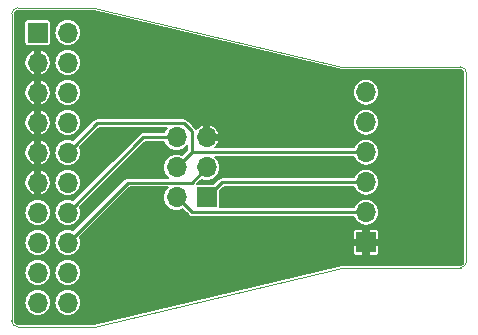
<source format=gtl>
G04 #@! TF.GenerationSoftware,KiCad,Pcbnew,5.1.0*
G04 #@! TF.CreationDate,2019-05-06T16:15:21+02:00*
G04 #@! TF.ProjectId,JlinkBreakout,4a6c696e-6b42-4726-9561-6b6f75742e6b,rev?*
G04 #@! TF.SameCoordinates,Original*
G04 #@! TF.FileFunction,Copper,L1,Top*
G04 #@! TF.FilePolarity,Positive*
%FSLAX46Y46*%
G04 Gerber Fmt 4.6, Leading zero omitted, Abs format (unit mm)*
G04 Created by KiCad (PCBNEW 5.1.0) date 2019-05-06 16:15:21*
%MOMM*%
%LPD*%
G04 APERTURE LIST*
%ADD10C,0.050000*%
%ADD11O,1.700000X1.700000*%
%ADD12R,1.700000X1.700000*%
%ADD13C,0.250000*%
%ADD14C,0.157000*%
G04 APERTURE END LIST*
D10*
X58500000Y-60000000D02*
G75*
G02X58000000Y-59500000I0J500000D01*
G01*
X58000000Y-33500000D02*
G75*
G02X58500000Y-33000000I500000J0D01*
G01*
X96000000Y-38000000D02*
G75*
G02X96500000Y-38500000I0J-500000D01*
G01*
X96500000Y-54500000D02*
G75*
G02X96000000Y-55000000I-500000J0D01*
G01*
X86000000Y-38000000D02*
X65000000Y-33000000D01*
X96000000Y-38000000D02*
X86000000Y-38000000D01*
X96500000Y-54500000D02*
X96500000Y-38500000D01*
X86000000Y-55000000D02*
X96000000Y-55000000D01*
X65000000Y-60000000D02*
X86000000Y-55000000D01*
X65000000Y-33000000D02*
X58500000Y-33000000D01*
X58500000Y-60000000D02*
X65000000Y-60000000D01*
X58000000Y-33500000D02*
X58000000Y-59500000D01*
D11*
X88000000Y-40150000D03*
X88000000Y-42690000D03*
X88000000Y-45230000D03*
X88000000Y-47770000D03*
X88000000Y-50310000D03*
D12*
X88000000Y-52850000D03*
D11*
X71960000Y-43970000D03*
X74500000Y-43970000D03*
X71960000Y-46510000D03*
X74500000Y-46510000D03*
X71960000Y-49050000D03*
D12*
X74500000Y-49050000D03*
D11*
X62740000Y-57960000D03*
X60200000Y-57960000D03*
X62740000Y-55420000D03*
X60200000Y-55420000D03*
X62740000Y-52880000D03*
X60200000Y-52880000D03*
X62740000Y-50340000D03*
X60200000Y-50340000D03*
X62740000Y-47800000D03*
X60200000Y-47800000D03*
X62740000Y-45260000D03*
X60200000Y-45260000D03*
X62740000Y-42720000D03*
X60200000Y-42720000D03*
X62740000Y-40180000D03*
X60200000Y-40180000D03*
X62740000Y-37640000D03*
X60200000Y-37640000D03*
X62740000Y-35100000D03*
D12*
X60200000Y-35100000D03*
D13*
X73235907Y-47794093D02*
X74540000Y-46490000D01*
X62740000Y-52880000D02*
X67825907Y-47794093D01*
X67825907Y-47794093D02*
X73235907Y-47794093D01*
X69130000Y-43950000D02*
X62740000Y-50340000D01*
X72000000Y-43950000D02*
X69130000Y-43950000D01*
X73260000Y-45230000D02*
X72000000Y-46490000D01*
X88000000Y-45230000D02*
X73260000Y-45230000D01*
X63589999Y-44410001D02*
X62740000Y-45260000D01*
X72574999Y-42774999D02*
X65225001Y-42774999D01*
X65225001Y-42774999D02*
X62740000Y-45260000D01*
X73260000Y-45230000D02*
X73260000Y-43460000D01*
X73260000Y-43460000D02*
X72574999Y-42774999D01*
X73280000Y-50310000D02*
X88000000Y-50310000D01*
X72000000Y-49030000D02*
X73280000Y-50310000D01*
X75800000Y-47770000D02*
X74540000Y-49030000D01*
X88000000Y-47770000D02*
X75800000Y-47770000D01*
D14*
G36*
X85931958Y-38251581D02*
G01*
X85948933Y-38256730D01*
X85969638Y-38258769D01*
X85990214Y-38261576D01*
X86007900Y-38260500D01*
X95987259Y-38260500D01*
X96046279Y-38266287D01*
X96090788Y-38279725D01*
X96131845Y-38301554D01*
X96167881Y-38330946D01*
X96197518Y-38366771D01*
X96219635Y-38407675D01*
X96233385Y-38452093D01*
X96239501Y-38510285D01*
X96239500Y-54487258D01*
X96233713Y-54546279D01*
X96220275Y-54590787D01*
X96198443Y-54631847D01*
X96169054Y-54667881D01*
X96133231Y-54697517D01*
X96092325Y-54719635D01*
X96047907Y-54733385D01*
X95989725Y-54739500D01*
X86007900Y-54739500D01*
X85990214Y-54738424D01*
X85969638Y-54741231D01*
X85948933Y-54743270D01*
X85931958Y-54748419D01*
X64969416Y-59739500D01*
X58512742Y-59739500D01*
X58453721Y-59733713D01*
X58409213Y-59720275D01*
X58368153Y-59698443D01*
X58332119Y-59669054D01*
X58302483Y-59633231D01*
X58280365Y-59592325D01*
X58266615Y-59547907D01*
X58260500Y-59489725D01*
X58260500Y-57960000D01*
X59066040Y-57960000D01*
X59087829Y-58181225D01*
X59152358Y-58393948D01*
X59257147Y-58589994D01*
X59398169Y-58761831D01*
X59570006Y-58902853D01*
X59766052Y-59007642D01*
X59978775Y-59072171D01*
X60144564Y-59088500D01*
X60255436Y-59088500D01*
X60421225Y-59072171D01*
X60633948Y-59007642D01*
X60829994Y-58902853D01*
X61001831Y-58761831D01*
X61142853Y-58589994D01*
X61247642Y-58393948D01*
X61312171Y-58181225D01*
X61333960Y-57960000D01*
X61606040Y-57960000D01*
X61627829Y-58181225D01*
X61692358Y-58393948D01*
X61797147Y-58589994D01*
X61938169Y-58761831D01*
X62110006Y-58902853D01*
X62306052Y-59007642D01*
X62518775Y-59072171D01*
X62684564Y-59088500D01*
X62795436Y-59088500D01*
X62961225Y-59072171D01*
X63173948Y-59007642D01*
X63369994Y-58902853D01*
X63541831Y-58761831D01*
X63682853Y-58589994D01*
X63787642Y-58393948D01*
X63852171Y-58181225D01*
X63873960Y-57960000D01*
X63852171Y-57738775D01*
X63787642Y-57526052D01*
X63682853Y-57330006D01*
X63541831Y-57158169D01*
X63369994Y-57017147D01*
X63173948Y-56912358D01*
X62961225Y-56847829D01*
X62795436Y-56831500D01*
X62684564Y-56831500D01*
X62518775Y-56847829D01*
X62306052Y-56912358D01*
X62110006Y-57017147D01*
X61938169Y-57158169D01*
X61797147Y-57330006D01*
X61692358Y-57526052D01*
X61627829Y-57738775D01*
X61606040Y-57960000D01*
X61333960Y-57960000D01*
X61312171Y-57738775D01*
X61247642Y-57526052D01*
X61142853Y-57330006D01*
X61001831Y-57158169D01*
X60829994Y-57017147D01*
X60633948Y-56912358D01*
X60421225Y-56847829D01*
X60255436Y-56831500D01*
X60144564Y-56831500D01*
X59978775Y-56847829D01*
X59766052Y-56912358D01*
X59570006Y-57017147D01*
X59398169Y-57158169D01*
X59257147Y-57330006D01*
X59152358Y-57526052D01*
X59087829Y-57738775D01*
X59066040Y-57960000D01*
X58260500Y-57960000D01*
X58260500Y-55420000D01*
X59066040Y-55420000D01*
X59087829Y-55641225D01*
X59152358Y-55853948D01*
X59257147Y-56049994D01*
X59398169Y-56221831D01*
X59570006Y-56362853D01*
X59766052Y-56467642D01*
X59978775Y-56532171D01*
X60144564Y-56548500D01*
X60255436Y-56548500D01*
X60421225Y-56532171D01*
X60633948Y-56467642D01*
X60829994Y-56362853D01*
X61001831Y-56221831D01*
X61142853Y-56049994D01*
X61247642Y-55853948D01*
X61312171Y-55641225D01*
X61333960Y-55420000D01*
X61606040Y-55420000D01*
X61627829Y-55641225D01*
X61692358Y-55853948D01*
X61797147Y-56049994D01*
X61938169Y-56221831D01*
X62110006Y-56362853D01*
X62306052Y-56467642D01*
X62518775Y-56532171D01*
X62684564Y-56548500D01*
X62795436Y-56548500D01*
X62961225Y-56532171D01*
X63173948Y-56467642D01*
X63369994Y-56362853D01*
X63541831Y-56221831D01*
X63682853Y-56049994D01*
X63787642Y-55853948D01*
X63852171Y-55641225D01*
X63873960Y-55420000D01*
X63852171Y-55198775D01*
X63787642Y-54986052D01*
X63682853Y-54790006D01*
X63541831Y-54618169D01*
X63369994Y-54477147D01*
X63173948Y-54372358D01*
X62961225Y-54307829D01*
X62795436Y-54291500D01*
X62684564Y-54291500D01*
X62518775Y-54307829D01*
X62306052Y-54372358D01*
X62110006Y-54477147D01*
X61938169Y-54618169D01*
X61797147Y-54790006D01*
X61692358Y-54986052D01*
X61627829Y-55198775D01*
X61606040Y-55420000D01*
X61333960Y-55420000D01*
X61312171Y-55198775D01*
X61247642Y-54986052D01*
X61142853Y-54790006D01*
X61001831Y-54618169D01*
X60829994Y-54477147D01*
X60633948Y-54372358D01*
X60421225Y-54307829D01*
X60255436Y-54291500D01*
X60144564Y-54291500D01*
X59978775Y-54307829D01*
X59766052Y-54372358D01*
X59570006Y-54477147D01*
X59398169Y-54618169D01*
X59257147Y-54790006D01*
X59152358Y-54986052D01*
X59087829Y-55198775D01*
X59066040Y-55420000D01*
X58260500Y-55420000D01*
X58260500Y-52880000D01*
X59066040Y-52880000D01*
X59087829Y-53101225D01*
X59152358Y-53313948D01*
X59257147Y-53509994D01*
X59398169Y-53681831D01*
X59570006Y-53822853D01*
X59766052Y-53927642D01*
X59978775Y-53992171D01*
X60144564Y-54008500D01*
X60255436Y-54008500D01*
X60421225Y-53992171D01*
X60633948Y-53927642D01*
X60829994Y-53822853D01*
X61001831Y-53681831D01*
X61142853Y-53509994D01*
X61247642Y-53313948D01*
X61312171Y-53101225D01*
X61333960Y-52880000D01*
X61312171Y-52658775D01*
X61247642Y-52446052D01*
X61142853Y-52250006D01*
X61001831Y-52078169D01*
X60829994Y-51937147D01*
X60633948Y-51832358D01*
X60421225Y-51767829D01*
X60255436Y-51751500D01*
X60144564Y-51751500D01*
X59978775Y-51767829D01*
X59766052Y-51832358D01*
X59570006Y-51937147D01*
X59398169Y-52078169D01*
X59257147Y-52250006D01*
X59152358Y-52446052D01*
X59087829Y-52658775D01*
X59066040Y-52880000D01*
X58260500Y-52880000D01*
X58260500Y-50340000D01*
X59066040Y-50340000D01*
X59087829Y-50561225D01*
X59152358Y-50773948D01*
X59257147Y-50969994D01*
X59398169Y-51141831D01*
X59570006Y-51282853D01*
X59766052Y-51387642D01*
X59978775Y-51452171D01*
X60144564Y-51468500D01*
X60255436Y-51468500D01*
X60421225Y-51452171D01*
X60633948Y-51387642D01*
X60829994Y-51282853D01*
X61001831Y-51141831D01*
X61142853Y-50969994D01*
X61247642Y-50773948D01*
X61312171Y-50561225D01*
X61333960Y-50340000D01*
X61312171Y-50118775D01*
X61247642Y-49906052D01*
X61142853Y-49710006D01*
X61001831Y-49538169D01*
X60829994Y-49397147D01*
X60633948Y-49292358D01*
X60421225Y-49227829D01*
X60255436Y-49211500D01*
X60144564Y-49211500D01*
X59978775Y-49227829D01*
X59766052Y-49292358D01*
X59570006Y-49397147D01*
X59398169Y-49538169D01*
X59257147Y-49710006D01*
X59152358Y-49906052D01*
X59087829Y-50118775D01*
X59066040Y-50340000D01*
X58260500Y-50340000D01*
X58260500Y-47578498D01*
X59071500Y-47578498D01*
X59071500Y-48021502D01*
X59164551Y-48021502D01*
X59141725Y-48191875D01*
X59174580Y-48271222D01*
X59286214Y-48462217D01*
X59432964Y-48627764D01*
X59609191Y-48761500D01*
X59808123Y-48858286D01*
X59978500Y-48836935D01*
X59978500Y-48021500D01*
X59958500Y-48021500D01*
X59958500Y-47578500D01*
X59978500Y-47578500D01*
X59978500Y-46763065D01*
X60421500Y-46763065D01*
X60421500Y-47578500D01*
X60441500Y-47578500D01*
X60441500Y-48021500D01*
X60421500Y-48021500D01*
X60421500Y-48836935D01*
X60591877Y-48858286D01*
X60790809Y-48761500D01*
X60967036Y-48627764D01*
X61113786Y-48462217D01*
X61225420Y-48271222D01*
X61258275Y-48191875D01*
X61235449Y-48021502D01*
X61328500Y-48021502D01*
X61328500Y-47800000D01*
X61606040Y-47800000D01*
X61627829Y-48021225D01*
X61692358Y-48233948D01*
X61797147Y-48429994D01*
X61938169Y-48601831D01*
X62110006Y-48742853D01*
X62306052Y-48847642D01*
X62518775Y-48912171D01*
X62684564Y-48928500D01*
X62795436Y-48928500D01*
X62961225Y-48912171D01*
X63173948Y-48847642D01*
X63369994Y-48742853D01*
X63541831Y-48601831D01*
X63682853Y-48429994D01*
X63787642Y-48233948D01*
X63852171Y-48021225D01*
X63873960Y-47800000D01*
X63852171Y-47578775D01*
X63787642Y-47366052D01*
X63682853Y-47170006D01*
X63541831Y-46998169D01*
X63369994Y-46857147D01*
X63173948Y-46752358D01*
X62961225Y-46687829D01*
X62795436Y-46671500D01*
X62684564Y-46671500D01*
X62518775Y-46687829D01*
X62306052Y-46752358D01*
X62110006Y-46857147D01*
X61938169Y-46998169D01*
X61797147Y-47170006D01*
X61692358Y-47366052D01*
X61627829Y-47578775D01*
X61606040Y-47800000D01*
X61328500Y-47800000D01*
X61328500Y-47578498D01*
X61235449Y-47578498D01*
X61258275Y-47408125D01*
X61225420Y-47328778D01*
X61113786Y-47137783D01*
X60967036Y-46972236D01*
X60790809Y-46838500D01*
X60591877Y-46741714D01*
X60421500Y-46763065D01*
X59978500Y-46763065D01*
X59808123Y-46741714D01*
X59609191Y-46838500D01*
X59432964Y-46972236D01*
X59286214Y-47137783D01*
X59174580Y-47328778D01*
X59141725Y-47408125D01*
X59164551Y-47578498D01*
X59071500Y-47578498D01*
X58260500Y-47578498D01*
X58260500Y-45038498D01*
X59071500Y-45038498D01*
X59071500Y-45481502D01*
X59164551Y-45481502D01*
X59141725Y-45651875D01*
X59174580Y-45731222D01*
X59286214Y-45922217D01*
X59432964Y-46087764D01*
X59609191Y-46221500D01*
X59808123Y-46318286D01*
X59978500Y-46296935D01*
X59978500Y-45481500D01*
X59958500Y-45481500D01*
X59958500Y-45038500D01*
X59978500Y-45038500D01*
X59978500Y-44223065D01*
X60421500Y-44223065D01*
X60421500Y-45038500D01*
X60441500Y-45038500D01*
X60441500Y-45481500D01*
X60421500Y-45481500D01*
X60421500Y-46296935D01*
X60591877Y-46318286D01*
X60790809Y-46221500D01*
X60967036Y-46087764D01*
X61113786Y-45922217D01*
X61225420Y-45731222D01*
X61258275Y-45651875D01*
X61235449Y-45481502D01*
X61328500Y-45481502D01*
X61328500Y-45260000D01*
X61606040Y-45260000D01*
X61627829Y-45481225D01*
X61692358Y-45693948D01*
X61797147Y-45889994D01*
X61938169Y-46061831D01*
X62110006Y-46202853D01*
X62306052Y-46307642D01*
X62518775Y-46372171D01*
X62684564Y-46388500D01*
X62795436Y-46388500D01*
X62961225Y-46372171D01*
X63173948Y-46307642D01*
X63369994Y-46202853D01*
X63541831Y-46061831D01*
X63682853Y-45889994D01*
X63787642Y-45693948D01*
X63852171Y-45481225D01*
X63873960Y-45260000D01*
X63852171Y-45038775D01*
X63787642Y-44826052D01*
X63772643Y-44797992D01*
X65392136Y-43178499D01*
X71149691Y-43178499D01*
X71017147Y-43340006D01*
X70912358Y-43536052D01*
X70909189Y-43546500D01*
X69149818Y-43546500D01*
X69130000Y-43544548D01*
X69110182Y-43546500D01*
X69050900Y-43552339D01*
X68974840Y-43575411D01*
X68904743Y-43612879D01*
X68843302Y-43663302D01*
X68830667Y-43678698D01*
X63202008Y-49307357D01*
X63173948Y-49292358D01*
X62961225Y-49227829D01*
X62795436Y-49211500D01*
X62684564Y-49211500D01*
X62518775Y-49227829D01*
X62306052Y-49292358D01*
X62110006Y-49397147D01*
X61938169Y-49538169D01*
X61797147Y-49710006D01*
X61692358Y-49906052D01*
X61627829Y-50118775D01*
X61606040Y-50340000D01*
X61627829Y-50561225D01*
X61692358Y-50773948D01*
X61797147Y-50969994D01*
X61938169Y-51141831D01*
X62110006Y-51282853D01*
X62306052Y-51387642D01*
X62518775Y-51452171D01*
X62684564Y-51468500D01*
X62795436Y-51468500D01*
X62961225Y-51452171D01*
X63173948Y-51387642D01*
X63369994Y-51282853D01*
X63541831Y-51141831D01*
X63682853Y-50969994D01*
X63787642Y-50773948D01*
X63852171Y-50561225D01*
X63873960Y-50340000D01*
X63852171Y-50118775D01*
X63787642Y-49906052D01*
X63772643Y-49877992D01*
X69297135Y-44353500D01*
X70897055Y-44353500D01*
X70912358Y-44403948D01*
X71017147Y-44599994D01*
X71158169Y-44771831D01*
X71330006Y-44912853D01*
X71526052Y-45017642D01*
X71738775Y-45082171D01*
X71904564Y-45098500D01*
X72015436Y-45098500D01*
X72181225Y-45082171D01*
X72393948Y-45017642D01*
X72589994Y-44912853D01*
X72761831Y-44771831D01*
X72856500Y-44656475D01*
X72856500Y-45062865D01*
X72435042Y-45484323D01*
X72393948Y-45462358D01*
X72181225Y-45397829D01*
X72015436Y-45381500D01*
X71904564Y-45381500D01*
X71738775Y-45397829D01*
X71526052Y-45462358D01*
X71330006Y-45567147D01*
X71158169Y-45708169D01*
X71017147Y-45880006D01*
X70912358Y-46076052D01*
X70847829Y-46288775D01*
X70826040Y-46510000D01*
X70847829Y-46731225D01*
X70912358Y-46943948D01*
X71017147Y-47139994D01*
X71158169Y-47311831D01*
X71254141Y-47390593D01*
X67845725Y-47390593D01*
X67825907Y-47388641D01*
X67806089Y-47390593D01*
X67746807Y-47396432D01*
X67670747Y-47419504D01*
X67600650Y-47456972D01*
X67539209Y-47507395D01*
X67526576Y-47522789D01*
X63202008Y-51847357D01*
X63173948Y-51832358D01*
X62961225Y-51767829D01*
X62795436Y-51751500D01*
X62684564Y-51751500D01*
X62518775Y-51767829D01*
X62306052Y-51832358D01*
X62110006Y-51937147D01*
X61938169Y-52078169D01*
X61797147Y-52250006D01*
X61692358Y-52446052D01*
X61627829Y-52658775D01*
X61606040Y-52880000D01*
X61627829Y-53101225D01*
X61692358Y-53313948D01*
X61797147Y-53509994D01*
X61938169Y-53681831D01*
X62110006Y-53822853D01*
X62306052Y-53927642D01*
X62518775Y-53992171D01*
X62684564Y-54008500D01*
X62795436Y-54008500D01*
X62961225Y-53992171D01*
X63173948Y-53927642D01*
X63369994Y-53822853D01*
X63519691Y-53700000D01*
X86870152Y-53700000D01*
X86875529Y-53754596D01*
X86891454Y-53807093D01*
X86917315Y-53855475D01*
X86952118Y-53897882D01*
X86994525Y-53932685D01*
X87042907Y-53958546D01*
X87095404Y-53974471D01*
X87150000Y-53979848D01*
X87708875Y-53978500D01*
X87778500Y-53908875D01*
X87778500Y-53071500D01*
X88221500Y-53071500D01*
X88221500Y-53908875D01*
X88291125Y-53978500D01*
X88850000Y-53979848D01*
X88904596Y-53974471D01*
X88957093Y-53958546D01*
X89005475Y-53932685D01*
X89047882Y-53897882D01*
X89082685Y-53855475D01*
X89108546Y-53807093D01*
X89124471Y-53754596D01*
X89129848Y-53700000D01*
X89128500Y-53141125D01*
X89058875Y-53071500D01*
X88221500Y-53071500D01*
X87778500Y-53071500D01*
X86941125Y-53071500D01*
X86871500Y-53141125D01*
X86870152Y-53700000D01*
X63519691Y-53700000D01*
X63541831Y-53681831D01*
X63682853Y-53509994D01*
X63787642Y-53313948D01*
X63852171Y-53101225D01*
X63873960Y-52880000D01*
X63852171Y-52658775D01*
X63787642Y-52446052D01*
X63772643Y-52417992D01*
X64190635Y-52000000D01*
X86870152Y-52000000D01*
X86871500Y-52558875D01*
X86941125Y-52628500D01*
X87778500Y-52628500D01*
X87778500Y-51791125D01*
X88221500Y-51791125D01*
X88221500Y-52628500D01*
X89058875Y-52628500D01*
X89128500Y-52558875D01*
X89129848Y-52000000D01*
X89124471Y-51945404D01*
X89108546Y-51892907D01*
X89082685Y-51844525D01*
X89047882Y-51802118D01*
X89005475Y-51767315D01*
X88957093Y-51741454D01*
X88904596Y-51725529D01*
X88850000Y-51720152D01*
X88291125Y-51721500D01*
X88221500Y-51791125D01*
X87778500Y-51791125D01*
X87708875Y-51721500D01*
X87150000Y-51720152D01*
X87095404Y-51725529D01*
X87042907Y-51741454D01*
X86994525Y-51767315D01*
X86952118Y-51802118D01*
X86917315Y-51844525D01*
X86891454Y-51892907D01*
X86875529Y-51945404D01*
X86870152Y-52000000D01*
X64190635Y-52000000D01*
X67993042Y-48197593D01*
X71219796Y-48197593D01*
X71158169Y-48248169D01*
X71017147Y-48420006D01*
X70912358Y-48616052D01*
X70847829Y-48828775D01*
X70826040Y-49050000D01*
X70847829Y-49271225D01*
X70912358Y-49483948D01*
X71017147Y-49679994D01*
X71158169Y-49851831D01*
X71330006Y-49992853D01*
X71526052Y-50097642D01*
X71738775Y-50162171D01*
X71904564Y-50178500D01*
X72015436Y-50178500D01*
X72181225Y-50162171D01*
X72393948Y-50097642D01*
X72461109Y-50061744D01*
X72980667Y-50581302D01*
X72993302Y-50596698D01*
X73054743Y-50647121D01*
X73124840Y-50684589D01*
X73183197Y-50702291D01*
X73200899Y-50707661D01*
X73208846Y-50708444D01*
X73260182Y-50713500D01*
X73260188Y-50713500D01*
X73279999Y-50715451D01*
X73299810Y-50713500D01*
X86943122Y-50713500D01*
X86952358Y-50743948D01*
X87057147Y-50939994D01*
X87198169Y-51111831D01*
X87370006Y-51252853D01*
X87566052Y-51357642D01*
X87778775Y-51422171D01*
X87944564Y-51438500D01*
X88055436Y-51438500D01*
X88221225Y-51422171D01*
X88433948Y-51357642D01*
X88629994Y-51252853D01*
X88801831Y-51111831D01*
X88942853Y-50939994D01*
X89047642Y-50743948D01*
X89112171Y-50531225D01*
X89133960Y-50310000D01*
X89112171Y-50088775D01*
X89047642Y-49876052D01*
X88942853Y-49680006D01*
X88801831Y-49508169D01*
X88629994Y-49367147D01*
X88433948Y-49262358D01*
X88221225Y-49197829D01*
X88055436Y-49181500D01*
X87944564Y-49181500D01*
X87778775Y-49197829D01*
X87566052Y-49262358D01*
X87370006Y-49367147D01*
X87198169Y-49508169D01*
X87057147Y-49680006D01*
X86952358Y-49876052D01*
X86943122Y-49906500D01*
X75629207Y-49906500D01*
X75629847Y-49900000D01*
X75629847Y-48510788D01*
X75967135Y-48173500D01*
X86943122Y-48173500D01*
X86952358Y-48203948D01*
X87057147Y-48399994D01*
X87198169Y-48571831D01*
X87370006Y-48712853D01*
X87566052Y-48817642D01*
X87778775Y-48882171D01*
X87944564Y-48898500D01*
X88055436Y-48898500D01*
X88221225Y-48882171D01*
X88433948Y-48817642D01*
X88629994Y-48712853D01*
X88801831Y-48571831D01*
X88942853Y-48399994D01*
X89047642Y-48203948D01*
X89112171Y-47991225D01*
X89133960Y-47770000D01*
X89112171Y-47548775D01*
X89047642Y-47336052D01*
X88942853Y-47140006D01*
X88801831Y-46968169D01*
X88629994Y-46827147D01*
X88433948Y-46722358D01*
X88221225Y-46657829D01*
X88055436Y-46641500D01*
X87944564Y-46641500D01*
X87778775Y-46657829D01*
X87566052Y-46722358D01*
X87370006Y-46827147D01*
X87198169Y-46968169D01*
X87057147Y-47140006D01*
X86952358Y-47336052D01*
X86943122Y-47366500D01*
X75819817Y-47366500D01*
X75799999Y-47364548D01*
X75720900Y-47372339D01*
X75644840Y-47395411D01*
X75574743Y-47432879D01*
X75513302Y-47483302D01*
X75500667Y-47498698D01*
X75079212Y-47920153D01*
X73680482Y-47920153D01*
X74051025Y-47549610D01*
X74066052Y-47557642D01*
X74278775Y-47622171D01*
X74444564Y-47638500D01*
X74555436Y-47638500D01*
X74721225Y-47622171D01*
X74933948Y-47557642D01*
X75129994Y-47452853D01*
X75301831Y-47311831D01*
X75442853Y-47139994D01*
X75547642Y-46943948D01*
X75612171Y-46731225D01*
X75633960Y-46510000D01*
X75612171Y-46288775D01*
X75547642Y-46076052D01*
X75442853Y-45880006D01*
X75301831Y-45708169D01*
X75210846Y-45633500D01*
X86943122Y-45633500D01*
X86952358Y-45663948D01*
X87057147Y-45859994D01*
X87198169Y-46031831D01*
X87370006Y-46172853D01*
X87566052Y-46277642D01*
X87778775Y-46342171D01*
X87944564Y-46358500D01*
X88055436Y-46358500D01*
X88221225Y-46342171D01*
X88433948Y-46277642D01*
X88629994Y-46172853D01*
X88801831Y-46031831D01*
X88942853Y-45859994D01*
X89047642Y-45663948D01*
X89112171Y-45451225D01*
X89133960Y-45230000D01*
X89112171Y-45008775D01*
X89047642Y-44796052D01*
X88942853Y-44600006D01*
X88801831Y-44428169D01*
X88629994Y-44287147D01*
X88433948Y-44182358D01*
X88221225Y-44117829D01*
X88055436Y-44101500D01*
X87944564Y-44101500D01*
X87778775Y-44117829D01*
X87566052Y-44182358D01*
X87370006Y-44287147D01*
X87198169Y-44428169D01*
X87057147Y-44600006D01*
X86952358Y-44796052D01*
X86943122Y-44826500D01*
X75229170Y-44826500D01*
X75267036Y-44797764D01*
X75413786Y-44632217D01*
X75525420Y-44441222D01*
X75558275Y-44361875D01*
X75535449Y-44191500D01*
X74721500Y-44191500D01*
X74721500Y-44211500D01*
X74278500Y-44211500D01*
X74278500Y-44191500D01*
X74258500Y-44191500D01*
X74258500Y-43748500D01*
X74278500Y-43748500D01*
X74278500Y-42933065D01*
X74721500Y-42933065D01*
X74721500Y-43748500D01*
X75535449Y-43748500D01*
X75558275Y-43578125D01*
X75525420Y-43498778D01*
X75413786Y-43307783D01*
X75267036Y-43142236D01*
X75090809Y-43008500D01*
X74891877Y-42911714D01*
X74721500Y-42933065D01*
X74278500Y-42933065D01*
X74108123Y-42911714D01*
X73909191Y-43008500D01*
X73732964Y-43142236D01*
X73617373Y-43272632D01*
X73597121Y-43234743D01*
X73559331Y-43188696D01*
X73546698Y-43173302D01*
X73531302Y-43160667D01*
X73060635Y-42690000D01*
X86866040Y-42690000D01*
X86887829Y-42911225D01*
X86952358Y-43123948D01*
X87057147Y-43319994D01*
X87198169Y-43491831D01*
X87370006Y-43632853D01*
X87566052Y-43737642D01*
X87778775Y-43802171D01*
X87944564Y-43818500D01*
X88055436Y-43818500D01*
X88221225Y-43802171D01*
X88433948Y-43737642D01*
X88629994Y-43632853D01*
X88801831Y-43491831D01*
X88942853Y-43319994D01*
X89047642Y-43123948D01*
X89112171Y-42911225D01*
X89133960Y-42690000D01*
X89112171Y-42468775D01*
X89047642Y-42256052D01*
X88942853Y-42060006D01*
X88801831Y-41888169D01*
X88629994Y-41747147D01*
X88433948Y-41642358D01*
X88221225Y-41577829D01*
X88055436Y-41561500D01*
X87944564Y-41561500D01*
X87778775Y-41577829D01*
X87566052Y-41642358D01*
X87370006Y-41747147D01*
X87198169Y-41888169D01*
X87057147Y-42060006D01*
X86952358Y-42256052D01*
X86887829Y-42468775D01*
X86866040Y-42690000D01*
X73060635Y-42690000D01*
X72874332Y-42503697D01*
X72861697Y-42488301D01*
X72800256Y-42437878D01*
X72730159Y-42400410D01*
X72654099Y-42377338D01*
X72594817Y-42371499D01*
X72574999Y-42369547D01*
X72555181Y-42371499D01*
X65244818Y-42371499D01*
X65225000Y-42369547D01*
X65145901Y-42377338D01*
X65069841Y-42400410D01*
X64999744Y-42437878D01*
X64938303Y-42488301D01*
X64925668Y-42503697D01*
X63202008Y-44227357D01*
X63173948Y-44212358D01*
X62961225Y-44147829D01*
X62795436Y-44131500D01*
X62684564Y-44131500D01*
X62518775Y-44147829D01*
X62306052Y-44212358D01*
X62110006Y-44317147D01*
X61938169Y-44458169D01*
X61797147Y-44630006D01*
X61692358Y-44826052D01*
X61627829Y-45038775D01*
X61606040Y-45260000D01*
X61328500Y-45260000D01*
X61328500Y-45038498D01*
X61235449Y-45038498D01*
X61258275Y-44868125D01*
X61225420Y-44788778D01*
X61113786Y-44597783D01*
X60967036Y-44432236D01*
X60790809Y-44298500D01*
X60591877Y-44201714D01*
X60421500Y-44223065D01*
X59978500Y-44223065D01*
X59808123Y-44201714D01*
X59609191Y-44298500D01*
X59432964Y-44432236D01*
X59286214Y-44597783D01*
X59174580Y-44788778D01*
X59141725Y-44868125D01*
X59164551Y-45038498D01*
X59071500Y-45038498D01*
X58260500Y-45038498D01*
X58260500Y-42498498D01*
X59071500Y-42498498D01*
X59071500Y-42941502D01*
X59164551Y-42941502D01*
X59141725Y-43111875D01*
X59174580Y-43191222D01*
X59286214Y-43382217D01*
X59432964Y-43547764D01*
X59609191Y-43681500D01*
X59808123Y-43778286D01*
X59978500Y-43756935D01*
X59978500Y-42941500D01*
X59958500Y-42941500D01*
X59958500Y-42498500D01*
X59978500Y-42498500D01*
X59978500Y-41683065D01*
X60421500Y-41683065D01*
X60421500Y-42498500D01*
X60441500Y-42498500D01*
X60441500Y-42941500D01*
X60421500Y-42941500D01*
X60421500Y-43756935D01*
X60591877Y-43778286D01*
X60790809Y-43681500D01*
X60967036Y-43547764D01*
X61113786Y-43382217D01*
X61225420Y-43191222D01*
X61258275Y-43111875D01*
X61235449Y-42941502D01*
X61328500Y-42941502D01*
X61328500Y-42720000D01*
X61606040Y-42720000D01*
X61627829Y-42941225D01*
X61692358Y-43153948D01*
X61797147Y-43349994D01*
X61938169Y-43521831D01*
X62110006Y-43662853D01*
X62306052Y-43767642D01*
X62518775Y-43832171D01*
X62684564Y-43848500D01*
X62795436Y-43848500D01*
X62961225Y-43832171D01*
X63173948Y-43767642D01*
X63369994Y-43662853D01*
X63541831Y-43521831D01*
X63682853Y-43349994D01*
X63787642Y-43153948D01*
X63852171Y-42941225D01*
X63873960Y-42720000D01*
X63852171Y-42498775D01*
X63787642Y-42286052D01*
X63682853Y-42090006D01*
X63541831Y-41918169D01*
X63369994Y-41777147D01*
X63173948Y-41672358D01*
X62961225Y-41607829D01*
X62795436Y-41591500D01*
X62684564Y-41591500D01*
X62518775Y-41607829D01*
X62306052Y-41672358D01*
X62110006Y-41777147D01*
X61938169Y-41918169D01*
X61797147Y-42090006D01*
X61692358Y-42286052D01*
X61627829Y-42498775D01*
X61606040Y-42720000D01*
X61328500Y-42720000D01*
X61328500Y-42498498D01*
X61235449Y-42498498D01*
X61258275Y-42328125D01*
X61225420Y-42248778D01*
X61113786Y-42057783D01*
X60967036Y-41892236D01*
X60790809Y-41758500D01*
X60591877Y-41661714D01*
X60421500Y-41683065D01*
X59978500Y-41683065D01*
X59808123Y-41661714D01*
X59609191Y-41758500D01*
X59432964Y-41892236D01*
X59286214Y-42057783D01*
X59174580Y-42248778D01*
X59141725Y-42328125D01*
X59164551Y-42498498D01*
X59071500Y-42498498D01*
X58260500Y-42498498D01*
X58260500Y-39958498D01*
X59071500Y-39958498D01*
X59071500Y-40401502D01*
X59164551Y-40401502D01*
X59141725Y-40571875D01*
X59174580Y-40651222D01*
X59286214Y-40842217D01*
X59432964Y-41007764D01*
X59609191Y-41141500D01*
X59808123Y-41238286D01*
X59978500Y-41216935D01*
X59978500Y-40401500D01*
X59958500Y-40401500D01*
X59958500Y-39958500D01*
X59978500Y-39958500D01*
X59978500Y-39143065D01*
X60421500Y-39143065D01*
X60421500Y-39958500D01*
X60441500Y-39958500D01*
X60441500Y-40401500D01*
X60421500Y-40401500D01*
X60421500Y-41216935D01*
X60591877Y-41238286D01*
X60790809Y-41141500D01*
X60967036Y-41007764D01*
X61113786Y-40842217D01*
X61225420Y-40651222D01*
X61258275Y-40571875D01*
X61235449Y-40401502D01*
X61328500Y-40401502D01*
X61328500Y-40180000D01*
X61606040Y-40180000D01*
X61627829Y-40401225D01*
X61692358Y-40613948D01*
X61797147Y-40809994D01*
X61938169Y-40981831D01*
X62110006Y-41122853D01*
X62306052Y-41227642D01*
X62518775Y-41292171D01*
X62684564Y-41308500D01*
X62795436Y-41308500D01*
X62961225Y-41292171D01*
X63173948Y-41227642D01*
X63369994Y-41122853D01*
X63541831Y-40981831D01*
X63682853Y-40809994D01*
X63787642Y-40613948D01*
X63852171Y-40401225D01*
X63873960Y-40180000D01*
X63871006Y-40150000D01*
X86866040Y-40150000D01*
X86887829Y-40371225D01*
X86952358Y-40583948D01*
X87057147Y-40779994D01*
X87198169Y-40951831D01*
X87370006Y-41092853D01*
X87566052Y-41197642D01*
X87778775Y-41262171D01*
X87944564Y-41278500D01*
X88055436Y-41278500D01*
X88221225Y-41262171D01*
X88433948Y-41197642D01*
X88629994Y-41092853D01*
X88801831Y-40951831D01*
X88942853Y-40779994D01*
X89047642Y-40583948D01*
X89112171Y-40371225D01*
X89133960Y-40150000D01*
X89112171Y-39928775D01*
X89047642Y-39716052D01*
X88942853Y-39520006D01*
X88801831Y-39348169D01*
X88629994Y-39207147D01*
X88433948Y-39102358D01*
X88221225Y-39037829D01*
X88055436Y-39021500D01*
X87944564Y-39021500D01*
X87778775Y-39037829D01*
X87566052Y-39102358D01*
X87370006Y-39207147D01*
X87198169Y-39348169D01*
X87057147Y-39520006D01*
X86952358Y-39716052D01*
X86887829Y-39928775D01*
X86866040Y-40150000D01*
X63871006Y-40150000D01*
X63852171Y-39958775D01*
X63787642Y-39746052D01*
X63682853Y-39550006D01*
X63541831Y-39378169D01*
X63369994Y-39237147D01*
X63173948Y-39132358D01*
X62961225Y-39067829D01*
X62795436Y-39051500D01*
X62684564Y-39051500D01*
X62518775Y-39067829D01*
X62306052Y-39132358D01*
X62110006Y-39237147D01*
X61938169Y-39378169D01*
X61797147Y-39550006D01*
X61692358Y-39746052D01*
X61627829Y-39958775D01*
X61606040Y-40180000D01*
X61328500Y-40180000D01*
X61328500Y-39958498D01*
X61235449Y-39958498D01*
X61258275Y-39788125D01*
X61225420Y-39708778D01*
X61113786Y-39517783D01*
X60967036Y-39352236D01*
X60790809Y-39218500D01*
X60591877Y-39121714D01*
X60421500Y-39143065D01*
X59978500Y-39143065D01*
X59808123Y-39121714D01*
X59609191Y-39218500D01*
X59432964Y-39352236D01*
X59286214Y-39517783D01*
X59174580Y-39708778D01*
X59141725Y-39788125D01*
X59164551Y-39958498D01*
X59071500Y-39958498D01*
X58260500Y-39958498D01*
X58260500Y-37418498D01*
X59071500Y-37418498D01*
X59071500Y-37861502D01*
X59164551Y-37861502D01*
X59141725Y-38031875D01*
X59174580Y-38111222D01*
X59286214Y-38302217D01*
X59432964Y-38467764D01*
X59609191Y-38601500D01*
X59808123Y-38698286D01*
X59978500Y-38676935D01*
X59978500Y-37861500D01*
X59958500Y-37861500D01*
X59958500Y-37418500D01*
X59978500Y-37418500D01*
X59978500Y-36603065D01*
X60421500Y-36603065D01*
X60421500Y-37418500D01*
X60441500Y-37418500D01*
X60441500Y-37861500D01*
X60421500Y-37861500D01*
X60421500Y-38676935D01*
X60591877Y-38698286D01*
X60790809Y-38601500D01*
X60967036Y-38467764D01*
X61113786Y-38302217D01*
X61225420Y-38111222D01*
X61258275Y-38031875D01*
X61235449Y-37861502D01*
X61328500Y-37861502D01*
X61328500Y-37640000D01*
X61606040Y-37640000D01*
X61627829Y-37861225D01*
X61692358Y-38073948D01*
X61797147Y-38269994D01*
X61938169Y-38441831D01*
X62110006Y-38582853D01*
X62306052Y-38687642D01*
X62518775Y-38752171D01*
X62684564Y-38768500D01*
X62795436Y-38768500D01*
X62961225Y-38752171D01*
X63173948Y-38687642D01*
X63369994Y-38582853D01*
X63541831Y-38441831D01*
X63682853Y-38269994D01*
X63787642Y-38073948D01*
X63852171Y-37861225D01*
X63873960Y-37640000D01*
X63852171Y-37418775D01*
X63787642Y-37206052D01*
X63682853Y-37010006D01*
X63541831Y-36838169D01*
X63369994Y-36697147D01*
X63173948Y-36592358D01*
X62961225Y-36527829D01*
X62795436Y-36511500D01*
X62684564Y-36511500D01*
X62518775Y-36527829D01*
X62306052Y-36592358D01*
X62110006Y-36697147D01*
X61938169Y-36838169D01*
X61797147Y-37010006D01*
X61692358Y-37206052D01*
X61627829Y-37418775D01*
X61606040Y-37640000D01*
X61328500Y-37640000D01*
X61328500Y-37418498D01*
X61235449Y-37418498D01*
X61258275Y-37248125D01*
X61225420Y-37168778D01*
X61113786Y-36977783D01*
X60967036Y-36812236D01*
X60790809Y-36678500D01*
X60591877Y-36581714D01*
X60421500Y-36603065D01*
X59978500Y-36603065D01*
X59808123Y-36581714D01*
X59609191Y-36678500D01*
X59432964Y-36812236D01*
X59286214Y-36977783D01*
X59174580Y-37168778D01*
X59141725Y-37248125D01*
X59164551Y-37418498D01*
X59071500Y-37418498D01*
X58260500Y-37418498D01*
X58260500Y-34250000D01*
X59070153Y-34250000D01*
X59070153Y-35950000D01*
X59075530Y-36004595D01*
X59091455Y-36057093D01*
X59117316Y-36105475D01*
X59152118Y-36147882D01*
X59194525Y-36182684D01*
X59242907Y-36208545D01*
X59295405Y-36224470D01*
X59350000Y-36229847D01*
X61050000Y-36229847D01*
X61104595Y-36224470D01*
X61157093Y-36208545D01*
X61205475Y-36182684D01*
X61247882Y-36147882D01*
X61282684Y-36105475D01*
X61308545Y-36057093D01*
X61324470Y-36004595D01*
X61329847Y-35950000D01*
X61329847Y-35100000D01*
X61606040Y-35100000D01*
X61627829Y-35321225D01*
X61692358Y-35533948D01*
X61797147Y-35729994D01*
X61938169Y-35901831D01*
X62110006Y-36042853D01*
X62306052Y-36147642D01*
X62518775Y-36212171D01*
X62684564Y-36228500D01*
X62795436Y-36228500D01*
X62961225Y-36212171D01*
X63173948Y-36147642D01*
X63369994Y-36042853D01*
X63541831Y-35901831D01*
X63682853Y-35729994D01*
X63787642Y-35533948D01*
X63852171Y-35321225D01*
X63873960Y-35100000D01*
X63852171Y-34878775D01*
X63787642Y-34666052D01*
X63682853Y-34470006D01*
X63541831Y-34298169D01*
X63369994Y-34157147D01*
X63173948Y-34052358D01*
X62961225Y-33987829D01*
X62795436Y-33971500D01*
X62684564Y-33971500D01*
X62518775Y-33987829D01*
X62306052Y-34052358D01*
X62110006Y-34157147D01*
X61938169Y-34298169D01*
X61797147Y-34470006D01*
X61692358Y-34666052D01*
X61627829Y-34878775D01*
X61606040Y-35100000D01*
X61329847Y-35100000D01*
X61329847Y-34250000D01*
X61324470Y-34195405D01*
X61308545Y-34142907D01*
X61282684Y-34094525D01*
X61247882Y-34052118D01*
X61205475Y-34017316D01*
X61157093Y-33991455D01*
X61104595Y-33975530D01*
X61050000Y-33970153D01*
X59350000Y-33970153D01*
X59295405Y-33975530D01*
X59242907Y-33991455D01*
X59194525Y-34017316D01*
X59152118Y-34052118D01*
X59117316Y-34094525D01*
X59091455Y-34142907D01*
X59075530Y-34195405D01*
X59070153Y-34250000D01*
X58260500Y-34250000D01*
X58260500Y-33512741D01*
X58266287Y-33453721D01*
X58279725Y-33409212D01*
X58301554Y-33368155D01*
X58330946Y-33332119D01*
X58366771Y-33302482D01*
X58407675Y-33280365D01*
X58452093Y-33266615D01*
X58510276Y-33260500D01*
X64969416Y-33260500D01*
X85931958Y-38251581D01*
X85931958Y-38251581D01*
G37*
X85931958Y-38251581D02*
X85948933Y-38256730D01*
X85969638Y-38258769D01*
X85990214Y-38261576D01*
X86007900Y-38260500D01*
X95987259Y-38260500D01*
X96046279Y-38266287D01*
X96090788Y-38279725D01*
X96131845Y-38301554D01*
X96167881Y-38330946D01*
X96197518Y-38366771D01*
X96219635Y-38407675D01*
X96233385Y-38452093D01*
X96239501Y-38510285D01*
X96239500Y-54487258D01*
X96233713Y-54546279D01*
X96220275Y-54590787D01*
X96198443Y-54631847D01*
X96169054Y-54667881D01*
X96133231Y-54697517D01*
X96092325Y-54719635D01*
X96047907Y-54733385D01*
X95989725Y-54739500D01*
X86007900Y-54739500D01*
X85990214Y-54738424D01*
X85969638Y-54741231D01*
X85948933Y-54743270D01*
X85931958Y-54748419D01*
X64969416Y-59739500D01*
X58512742Y-59739500D01*
X58453721Y-59733713D01*
X58409213Y-59720275D01*
X58368153Y-59698443D01*
X58332119Y-59669054D01*
X58302483Y-59633231D01*
X58280365Y-59592325D01*
X58266615Y-59547907D01*
X58260500Y-59489725D01*
X58260500Y-57960000D01*
X59066040Y-57960000D01*
X59087829Y-58181225D01*
X59152358Y-58393948D01*
X59257147Y-58589994D01*
X59398169Y-58761831D01*
X59570006Y-58902853D01*
X59766052Y-59007642D01*
X59978775Y-59072171D01*
X60144564Y-59088500D01*
X60255436Y-59088500D01*
X60421225Y-59072171D01*
X60633948Y-59007642D01*
X60829994Y-58902853D01*
X61001831Y-58761831D01*
X61142853Y-58589994D01*
X61247642Y-58393948D01*
X61312171Y-58181225D01*
X61333960Y-57960000D01*
X61606040Y-57960000D01*
X61627829Y-58181225D01*
X61692358Y-58393948D01*
X61797147Y-58589994D01*
X61938169Y-58761831D01*
X62110006Y-58902853D01*
X62306052Y-59007642D01*
X62518775Y-59072171D01*
X62684564Y-59088500D01*
X62795436Y-59088500D01*
X62961225Y-59072171D01*
X63173948Y-59007642D01*
X63369994Y-58902853D01*
X63541831Y-58761831D01*
X63682853Y-58589994D01*
X63787642Y-58393948D01*
X63852171Y-58181225D01*
X63873960Y-57960000D01*
X63852171Y-57738775D01*
X63787642Y-57526052D01*
X63682853Y-57330006D01*
X63541831Y-57158169D01*
X63369994Y-57017147D01*
X63173948Y-56912358D01*
X62961225Y-56847829D01*
X62795436Y-56831500D01*
X62684564Y-56831500D01*
X62518775Y-56847829D01*
X62306052Y-56912358D01*
X62110006Y-57017147D01*
X61938169Y-57158169D01*
X61797147Y-57330006D01*
X61692358Y-57526052D01*
X61627829Y-57738775D01*
X61606040Y-57960000D01*
X61333960Y-57960000D01*
X61312171Y-57738775D01*
X61247642Y-57526052D01*
X61142853Y-57330006D01*
X61001831Y-57158169D01*
X60829994Y-57017147D01*
X60633948Y-56912358D01*
X60421225Y-56847829D01*
X60255436Y-56831500D01*
X60144564Y-56831500D01*
X59978775Y-56847829D01*
X59766052Y-56912358D01*
X59570006Y-57017147D01*
X59398169Y-57158169D01*
X59257147Y-57330006D01*
X59152358Y-57526052D01*
X59087829Y-57738775D01*
X59066040Y-57960000D01*
X58260500Y-57960000D01*
X58260500Y-55420000D01*
X59066040Y-55420000D01*
X59087829Y-55641225D01*
X59152358Y-55853948D01*
X59257147Y-56049994D01*
X59398169Y-56221831D01*
X59570006Y-56362853D01*
X59766052Y-56467642D01*
X59978775Y-56532171D01*
X60144564Y-56548500D01*
X60255436Y-56548500D01*
X60421225Y-56532171D01*
X60633948Y-56467642D01*
X60829994Y-56362853D01*
X61001831Y-56221831D01*
X61142853Y-56049994D01*
X61247642Y-55853948D01*
X61312171Y-55641225D01*
X61333960Y-55420000D01*
X61606040Y-55420000D01*
X61627829Y-55641225D01*
X61692358Y-55853948D01*
X61797147Y-56049994D01*
X61938169Y-56221831D01*
X62110006Y-56362853D01*
X62306052Y-56467642D01*
X62518775Y-56532171D01*
X62684564Y-56548500D01*
X62795436Y-56548500D01*
X62961225Y-56532171D01*
X63173948Y-56467642D01*
X63369994Y-56362853D01*
X63541831Y-56221831D01*
X63682853Y-56049994D01*
X63787642Y-55853948D01*
X63852171Y-55641225D01*
X63873960Y-55420000D01*
X63852171Y-55198775D01*
X63787642Y-54986052D01*
X63682853Y-54790006D01*
X63541831Y-54618169D01*
X63369994Y-54477147D01*
X63173948Y-54372358D01*
X62961225Y-54307829D01*
X62795436Y-54291500D01*
X62684564Y-54291500D01*
X62518775Y-54307829D01*
X62306052Y-54372358D01*
X62110006Y-54477147D01*
X61938169Y-54618169D01*
X61797147Y-54790006D01*
X61692358Y-54986052D01*
X61627829Y-55198775D01*
X61606040Y-55420000D01*
X61333960Y-55420000D01*
X61312171Y-55198775D01*
X61247642Y-54986052D01*
X61142853Y-54790006D01*
X61001831Y-54618169D01*
X60829994Y-54477147D01*
X60633948Y-54372358D01*
X60421225Y-54307829D01*
X60255436Y-54291500D01*
X60144564Y-54291500D01*
X59978775Y-54307829D01*
X59766052Y-54372358D01*
X59570006Y-54477147D01*
X59398169Y-54618169D01*
X59257147Y-54790006D01*
X59152358Y-54986052D01*
X59087829Y-55198775D01*
X59066040Y-55420000D01*
X58260500Y-55420000D01*
X58260500Y-52880000D01*
X59066040Y-52880000D01*
X59087829Y-53101225D01*
X59152358Y-53313948D01*
X59257147Y-53509994D01*
X59398169Y-53681831D01*
X59570006Y-53822853D01*
X59766052Y-53927642D01*
X59978775Y-53992171D01*
X60144564Y-54008500D01*
X60255436Y-54008500D01*
X60421225Y-53992171D01*
X60633948Y-53927642D01*
X60829994Y-53822853D01*
X61001831Y-53681831D01*
X61142853Y-53509994D01*
X61247642Y-53313948D01*
X61312171Y-53101225D01*
X61333960Y-52880000D01*
X61312171Y-52658775D01*
X61247642Y-52446052D01*
X61142853Y-52250006D01*
X61001831Y-52078169D01*
X60829994Y-51937147D01*
X60633948Y-51832358D01*
X60421225Y-51767829D01*
X60255436Y-51751500D01*
X60144564Y-51751500D01*
X59978775Y-51767829D01*
X59766052Y-51832358D01*
X59570006Y-51937147D01*
X59398169Y-52078169D01*
X59257147Y-52250006D01*
X59152358Y-52446052D01*
X59087829Y-52658775D01*
X59066040Y-52880000D01*
X58260500Y-52880000D01*
X58260500Y-50340000D01*
X59066040Y-50340000D01*
X59087829Y-50561225D01*
X59152358Y-50773948D01*
X59257147Y-50969994D01*
X59398169Y-51141831D01*
X59570006Y-51282853D01*
X59766052Y-51387642D01*
X59978775Y-51452171D01*
X60144564Y-51468500D01*
X60255436Y-51468500D01*
X60421225Y-51452171D01*
X60633948Y-51387642D01*
X60829994Y-51282853D01*
X61001831Y-51141831D01*
X61142853Y-50969994D01*
X61247642Y-50773948D01*
X61312171Y-50561225D01*
X61333960Y-50340000D01*
X61312171Y-50118775D01*
X61247642Y-49906052D01*
X61142853Y-49710006D01*
X61001831Y-49538169D01*
X60829994Y-49397147D01*
X60633948Y-49292358D01*
X60421225Y-49227829D01*
X60255436Y-49211500D01*
X60144564Y-49211500D01*
X59978775Y-49227829D01*
X59766052Y-49292358D01*
X59570006Y-49397147D01*
X59398169Y-49538169D01*
X59257147Y-49710006D01*
X59152358Y-49906052D01*
X59087829Y-50118775D01*
X59066040Y-50340000D01*
X58260500Y-50340000D01*
X58260500Y-47578498D01*
X59071500Y-47578498D01*
X59071500Y-48021502D01*
X59164551Y-48021502D01*
X59141725Y-48191875D01*
X59174580Y-48271222D01*
X59286214Y-48462217D01*
X59432964Y-48627764D01*
X59609191Y-48761500D01*
X59808123Y-48858286D01*
X59978500Y-48836935D01*
X59978500Y-48021500D01*
X59958500Y-48021500D01*
X59958500Y-47578500D01*
X59978500Y-47578500D01*
X59978500Y-46763065D01*
X60421500Y-46763065D01*
X60421500Y-47578500D01*
X60441500Y-47578500D01*
X60441500Y-48021500D01*
X60421500Y-48021500D01*
X60421500Y-48836935D01*
X60591877Y-48858286D01*
X60790809Y-48761500D01*
X60967036Y-48627764D01*
X61113786Y-48462217D01*
X61225420Y-48271222D01*
X61258275Y-48191875D01*
X61235449Y-48021502D01*
X61328500Y-48021502D01*
X61328500Y-47800000D01*
X61606040Y-47800000D01*
X61627829Y-48021225D01*
X61692358Y-48233948D01*
X61797147Y-48429994D01*
X61938169Y-48601831D01*
X62110006Y-48742853D01*
X62306052Y-48847642D01*
X62518775Y-48912171D01*
X62684564Y-48928500D01*
X62795436Y-48928500D01*
X62961225Y-48912171D01*
X63173948Y-48847642D01*
X63369994Y-48742853D01*
X63541831Y-48601831D01*
X63682853Y-48429994D01*
X63787642Y-48233948D01*
X63852171Y-48021225D01*
X63873960Y-47800000D01*
X63852171Y-47578775D01*
X63787642Y-47366052D01*
X63682853Y-47170006D01*
X63541831Y-46998169D01*
X63369994Y-46857147D01*
X63173948Y-46752358D01*
X62961225Y-46687829D01*
X62795436Y-46671500D01*
X62684564Y-46671500D01*
X62518775Y-46687829D01*
X62306052Y-46752358D01*
X62110006Y-46857147D01*
X61938169Y-46998169D01*
X61797147Y-47170006D01*
X61692358Y-47366052D01*
X61627829Y-47578775D01*
X61606040Y-47800000D01*
X61328500Y-47800000D01*
X61328500Y-47578498D01*
X61235449Y-47578498D01*
X61258275Y-47408125D01*
X61225420Y-47328778D01*
X61113786Y-47137783D01*
X60967036Y-46972236D01*
X60790809Y-46838500D01*
X60591877Y-46741714D01*
X60421500Y-46763065D01*
X59978500Y-46763065D01*
X59808123Y-46741714D01*
X59609191Y-46838500D01*
X59432964Y-46972236D01*
X59286214Y-47137783D01*
X59174580Y-47328778D01*
X59141725Y-47408125D01*
X59164551Y-47578498D01*
X59071500Y-47578498D01*
X58260500Y-47578498D01*
X58260500Y-45038498D01*
X59071500Y-45038498D01*
X59071500Y-45481502D01*
X59164551Y-45481502D01*
X59141725Y-45651875D01*
X59174580Y-45731222D01*
X59286214Y-45922217D01*
X59432964Y-46087764D01*
X59609191Y-46221500D01*
X59808123Y-46318286D01*
X59978500Y-46296935D01*
X59978500Y-45481500D01*
X59958500Y-45481500D01*
X59958500Y-45038500D01*
X59978500Y-45038500D01*
X59978500Y-44223065D01*
X60421500Y-44223065D01*
X60421500Y-45038500D01*
X60441500Y-45038500D01*
X60441500Y-45481500D01*
X60421500Y-45481500D01*
X60421500Y-46296935D01*
X60591877Y-46318286D01*
X60790809Y-46221500D01*
X60967036Y-46087764D01*
X61113786Y-45922217D01*
X61225420Y-45731222D01*
X61258275Y-45651875D01*
X61235449Y-45481502D01*
X61328500Y-45481502D01*
X61328500Y-45260000D01*
X61606040Y-45260000D01*
X61627829Y-45481225D01*
X61692358Y-45693948D01*
X61797147Y-45889994D01*
X61938169Y-46061831D01*
X62110006Y-46202853D01*
X62306052Y-46307642D01*
X62518775Y-46372171D01*
X62684564Y-46388500D01*
X62795436Y-46388500D01*
X62961225Y-46372171D01*
X63173948Y-46307642D01*
X63369994Y-46202853D01*
X63541831Y-46061831D01*
X63682853Y-45889994D01*
X63787642Y-45693948D01*
X63852171Y-45481225D01*
X63873960Y-45260000D01*
X63852171Y-45038775D01*
X63787642Y-44826052D01*
X63772643Y-44797992D01*
X65392136Y-43178499D01*
X71149691Y-43178499D01*
X71017147Y-43340006D01*
X70912358Y-43536052D01*
X70909189Y-43546500D01*
X69149818Y-43546500D01*
X69130000Y-43544548D01*
X69110182Y-43546500D01*
X69050900Y-43552339D01*
X68974840Y-43575411D01*
X68904743Y-43612879D01*
X68843302Y-43663302D01*
X68830667Y-43678698D01*
X63202008Y-49307357D01*
X63173948Y-49292358D01*
X62961225Y-49227829D01*
X62795436Y-49211500D01*
X62684564Y-49211500D01*
X62518775Y-49227829D01*
X62306052Y-49292358D01*
X62110006Y-49397147D01*
X61938169Y-49538169D01*
X61797147Y-49710006D01*
X61692358Y-49906052D01*
X61627829Y-50118775D01*
X61606040Y-50340000D01*
X61627829Y-50561225D01*
X61692358Y-50773948D01*
X61797147Y-50969994D01*
X61938169Y-51141831D01*
X62110006Y-51282853D01*
X62306052Y-51387642D01*
X62518775Y-51452171D01*
X62684564Y-51468500D01*
X62795436Y-51468500D01*
X62961225Y-51452171D01*
X63173948Y-51387642D01*
X63369994Y-51282853D01*
X63541831Y-51141831D01*
X63682853Y-50969994D01*
X63787642Y-50773948D01*
X63852171Y-50561225D01*
X63873960Y-50340000D01*
X63852171Y-50118775D01*
X63787642Y-49906052D01*
X63772643Y-49877992D01*
X69297135Y-44353500D01*
X70897055Y-44353500D01*
X70912358Y-44403948D01*
X71017147Y-44599994D01*
X71158169Y-44771831D01*
X71330006Y-44912853D01*
X71526052Y-45017642D01*
X71738775Y-45082171D01*
X71904564Y-45098500D01*
X72015436Y-45098500D01*
X72181225Y-45082171D01*
X72393948Y-45017642D01*
X72589994Y-44912853D01*
X72761831Y-44771831D01*
X72856500Y-44656475D01*
X72856500Y-45062865D01*
X72435042Y-45484323D01*
X72393948Y-45462358D01*
X72181225Y-45397829D01*
X72015436Y-45381500D01*
X71904564Y-45381500D01*
X71738775Y-45397829D01*
X71526052Y-45462358D01*
X71330006Y-45567147D01*
X71158169Y-45708169D01*
X71017147Y-45880006D01*
X70912358Y-46076052D01*
X70847829Y-46288775D01*
X70826040Y-46510000D01*
X70847829Y-46731225D01*
X70912358Y-46943948D01*
X71017147Y-47139994D01*
X71158169Y-47311831D01*
X71254141Y-47390593D01*
X67845725Y-47390593D01*
X67825907Y-47388641D01*
X67806089Y-47390593D01*
X67746807Y-47396432D01*
X67670747Y-47419504D01*
X67600650Y-47456972D01*
X67539209Y-47507395D01*
X67526576Y-47522789D01*
X63202008Y-51847357D01*
X63173948Y-51832358D01*
X62961225Y-51767829D01*
X62795436Y-51751500D01*
X62684564Y-51751500D01*
X62518775Y-51767829D01*
X62306052Y-51832358D01*
X62110006Y-51937147D01*
X61938169Y-52078169D01*
X61797147Y-52250006D01*
X61692358Y-52446052D01*
X61627829Y-52658775D01*
X61606040Y-52880000D01*
X61627829Y-53101225D01*
X61692358Y-53313948D01*
X61797147Y-53509994D01*
X61938169Y-53681831D01*
X62110006Y-53822853D01*
X62306052Y-53927642D01*
X62518775Y-53992171D01*
X62684564Y-54008500D01*
X62795436Y-54008500D01*
X62961225Y-53992171D01*
X63173948Y-53927642D01*
X63369994Y-53822853D01*
X63519691Y-53700000D01*
X86870152Y-53700000D01*
X86875529Y-53754596D01*
X86891454Y-53807093D01*
X86917315Y-53855475D01*
X86952118Y-53897882D01*
X86994525Y-53932685D01*
X87042907Y-53958546D01*
X87095404Y-53974471D01*
X87150000Y-53979848D01*
X87708875Y-53978500D01*
X87778500Y-53908875D01*
X87778500Y-53071500D01*
X88221500Y-53071500D01*
X88221500Y-53908875D01*
X88291125Y-53978500D01*
X88850000Y-53979848D01*
X88904596Y-53974471D01*
X88957093Y-53958546D01*
X89005475Y-53932685D01*
X89047882Y-53897882D01*
X89082685Y-53855475D01*
X89108546Y-53807093D01*
X89124471Y-53754596D01*
X89129848Y-53700000D01*
X89128500Y-53141125D01*
X89058875Y-53071500D01*
X88221500Y-53071500D01*
X87778500Y-53071500D01*
X86941125Y-53071500D01*
X86871500Y-53141125D01*
X86870152Y-53700000D01*
X63519691Y-53700000D01*
X63541831Y-53681831D01*
X63682853Y-53509994D01*
X63787642Y-53313948D01*
X63852171Y-53101225D01*
X63873960Y-52880000D01*
X63852171Y-52658775D01*
X63787642Y-52446052D01*
X63772643Y-52417992D01*
X64190635Y-52000000D01*
X86870152Y-52000000D01*
X86871500Y-52558875D01*
X86941125Y-52628500D01*
X87778500Y-52628500D01*
X87778500Y-51791125D01*
X88221500Y-51791125D01*
X88221500Y-52628500D01*
X89058875Y-52628500D01*
X89128500Y-52558875D01*
X89129848Y-52000000D01*
X89124471Y-51945404D01*
X89108546Y-51892907D01*
X89082685Y-51844525D01*
X89047882Y-51802118D01*
X89005475Y-51767315D01*
X88957093Y-51741454D01*
X88904596Y-51725529D01*
X88850000Y-51720152D01*
X88291125Y-51721500D01*
X88221500Y-51791125D01*
X87778500Y-51791125D01*
X87708875Y-51721500D01*
X87150000Y-51720152D01*
X87095404Y-51725529D01*
X87042907Y-51741454D01*
X86994525Y-51767315D01*
X86952118Y-51802118D01*
X86917315Y-51844525D01*
X86891454Y-51892907D01*
X86875529Y-51945404D01*
X86870152Y-52000000D01*
X64190635Y-52000000D01*
X67993042Y-48197593D01*
X71219796Y-48197593D01*
X71158169Y-48248169D01*
X71017147Y-48420006D01*
X70912358Y-48616052D01*
X70847829Y-48828775D01*
X70826040Y-49050000D01*
X70847829Y-49271225D01*
X70912358Y-49483948D01*
X71017147Y-49679994D01*
X71158169Y-49851831D01*
X71330006Y-49992853D01*
X71526052Y-50097642D01*
X71738775Y-50162171D01*
X71904564Y-50178500D01*
X72015436Y-50178500D01*
X72181225Y-50162171D01*
X72393948Y-50097642D01*
X72461109Y-50061744D01*
X72980667Y-50581302D01*
X72993302Y-50596698D01*
X73054743Y-50647121D01*
X73124840Y-50684589D01*
X73183197Y-50702291D01*
X73200899Y-50707661D01*
X73208846Y-50708444D01*
X73260182Y-50713500D01*
X73260188Y-50713500D01*
X73279999Y-50715451D01*
X73299810Y-50713500D01*
X86943122Y-50713500D01*
X86952358Y-50743948D01*
X87057147Y-50939994D01*
X87198169Y-51111831D01*
X87370006Y-51252853D01*
X87566052Y-51357642D01*
X87778775Y-51422171D01*
X87944564Y-51438500D01*
X88055436Y-51438500D01*
X88221225Y-51422171D01*
X88433948Y-51357642D01*
X88629994Y-51252853D01*
X88801831Y-51111831D01*
X88942853Y-50939994D01*
X89047642Y-50743948D01*
X89112171Y-50531225D01*
X89133960Y-50310000D01*
X89112171Y-50088775D01*
X89047642Y-49876052D01*
X88942853Y-49680006D01*
X88801831Y-49508169D01*
X88629994Y-49367147D01*
X88433948Y-49262358D01*
X88221225Y-49197829D01*
X88055436Y-49181500D01*
X87944564Y-49181500D01*
X87778775Y-49197829D01*
X87566052Y-49262358D01*
X87370006Y-49367147D01*
X87198169Y-49508169D01*
X87057147Y-49680006D01*
X86952358Y-49876052D01*
X86943122Y-49906500D01*
X75629207Y-49906500D01*
X75629847Y-49900000D01*
X75629847Y-48510788D01*
X75967135Y-48173500D01*
X86943122Y-48173500D01*
X86952358Y-48203948D01*
X87057147Y-48399994D01*
X87198169Y-48571831D01*
X87370006Y-48712853D01*
X87566052Y-48817642D01*
X87778775Y-48882171D01*
X87944564Y-48898500D01*
X88055436Y-48898500D01*
X88221225Y-48882171D01*
X88433948Y-48817642D01*
X88629994Y-48712853D01*
X88801831Y-48571831D01*
X88942853Y-48399994D01*
X89047642Y-48203948D01*
X89112171Y-47991225D01*
X89133960Y-47770000D01*
X89112171Y-47548775D01*
X89047642Y-47336052D01*
X88942853Y-47140006D01*
X88801831Y-46968169D01*
X88629994Y-46827147D01*
X88433948Y-46722358D01*
X88221225Y-46657829D01*
X88055436Y-46641500D01*
X87944564Y-46641500D01*
X87778775Y-46657829D01*
X87566052Y-46722358D01*
X87370006Y-46827147D01*
X87198169Y-46968169D01*
X87057147Y-47140006D01*
X86952358Y-47336052D01*
X86943122Y-47366500D01*
X75819817Y-47366500D01*
X75799999Y-47364548D01*
X75720900Y-47372339D01*
X75644840Y-47395411D01*
X75574743Y-47432879D01*
X75513302Y-47483302D01*
X75500667Y-47498698D01*
X75079212Y-47920153D01*
X73680482Y-47920153D01*
X74051025Y-47549610D01*
X74066052Y-47557642D01*
X74278775Y-47622171D01*
X74444564Y-47638500D01*
X74555436Y-47638500D01*
X74721225Y-47622171D01*
X74933948Y-47557642D01*
X75129994Y-47452853D01*
X75301831Y-47311831D01*
X75442853Y-47139994D01*
X75547642Y-46943948D01*
X75612171Y-46731225D01*
X75633960Y-46510000D01*
X75612171Y-46288775D01*
X75547642Y-46076052D01*
X75442853Y-45880006D01*
X75301831Y-45708169D01*
X75210846Y-45633500D01*
X86943122Y-45633500D01*
X86952358Y-45663948D01*
X87057147Y-45859994D01*
X87198169Y-46031831D01*
X87370006Y-46172853D01*
X87566052Y-46277642D01*
X87778775Y-46342171D01*
X87944564Y-46358500D01*
X88055436Y-46358500D01*
X88221225Y-46342171D01*
X88433948Y-46277642D01*
X88629994Y-46172853D01*
X88801831Y-46031831D01*
X88942853Y-45859994D01*
X89047642Y-45663948D01*
X89112171Y-45451225D01*
X89133960Y-45230000D01*
X89112171Y-45008775D01*
X89047642Y-44796052D01*
X88942853Y-44600006D01*
X88801831Y-44428169D01*
X88629994Y-44287147D01*
X88433948Y-44182358D01*
X88221225Y-44117829D01*
X88055436Y-44101500D01*
X87944564Y-44101500D01*
X87778775Y-44117829D01*
X87566052Y-44182358D01*
X87370006Y-44287147D01*
X87198169Y-44428169D01*
X87057147Y-44600006D01*
X86952358Y-44796052D01*
X86943122Y-44826500D01*
X75229170Y-44826500D01*
X75267036Y-44797764D01*
X75413786Y-44632217D01*
X75525420Y-44441222D01*
X75558275Y-44361875D01*
X75535449Y-44191500D01*
X74721500Y-44191500D01*
X74721500Y-44211500D01*
X74278500Y-44211500D01*
X74278500Y-44191500D01*
X74258500Y-44191500D01*
X74258500Y-43748500D01*
X74278500Y-43748500D01*
X74278500Y-42933065D01*
X74721500Y-42933065D01*
X74721500Y-43748500D01*
X75535449Y-43748500D01*
X75558275Y-43578125D01*
X75525420Y-43498778D01*
X75413786Y-43307783D01*
X75267036Y-43142236D01*
X75090809Y-43008500D01*
X74891877Y-42911714D01*
X74721500Y-42933065D01*
X74278500Y-42933065D01*
X74108123Y-42911714D01*
X73909191Y-43008500D01*
X73732964Y-43142236D01*
X73617373Y-43272632D01*
X73597121Y-43234743D01*
X73559331Y-43188696D01*
X73546698Y-43173302D01*
X73531302Y-43160667D01*
X73060635Y-42690000D01*
X86866040Y-42690000D01*
X86887829Y-42911225D01*
X86952358Y-43123948D01*
X87057147Y-43319994D01*
X87198169Y-43491831D01*
X87370006Y-43632853D01*
X87566052Y-43737642D01*
X87778775Y-43802171D01*
X87944564Y-43818500D01*
X88055436Y-43818500D01*
X88221225Y-43802171D01*
X88433948Y-43737642D01*
X88629994Y-43632853D01*
X88801831Y-43491831D01*
X88942853Y-43319994D01*
X89047642Y-43123948D01*
X89112171Y-42911225D01*
X89133960Y-42690000D01*
X89112171Y-42468775D01*
X89047642Y-42256052D01*
X88942853Y-42060006D01*
X88801831Y-41888169D01*
X88629994Y-41747147D01*
X88433948Y-41642358D01*
X88221225Y-41577829D01*
X88055436Y-41561500D01*
X87944564Y-41561500D01*
X87778775Y-41577829D01*
X87566052Y-41642358D01*
X87370006Y-41747147D01*
X87198169Y-41888169D01*
X87057147Y-42060006D01*
X86952358Y-42256052D01*
X86887829Y-42468775D01*
X86866040Y-42690000D01*
X73060635Y-42690000D01*
X72874332Y-42503697D01*
X72861697Y-42488301D01*
X72800256Y-42437878D01*
X72730159Y-42400410D01*
X72654099Y-42377338D01*
X72594817Y-42371499D01*
X72574999Y-42369547D01*
X72555181Y-42371499D01*
X65244818Y-42371499D01*
X65225000Y-42369547D01*
X65145901Y-42377338D01*
X65069841Y-42400410D01*
X64999744Y-42437878D01*
X64938303Y-42488301D01*
X64925668Y-42503697D01*
X63202008Y-44227357D01*
X63173948Y-44212358D01*
X62961225Y-44147829D01*
X62795436Y-44131500D01*
X62684564Y-44131500D01*
X62518775Y-44147829D01*
X62306052Y-44212358D01*
X62110006Y-44317147D01*
X61938169Y-44458169D01*
X61797147Y-44630006D01*
X61692358Y-44826052D01*
X61627829Y-45038775D01*
X61606040Y-45260000D01*
X61328500Y-45260000D01*
X61328500Y-45038498D01*
X61235449Y-45038498D01*
X61258275Y-44868125D01*
X61225420Y-44788778D01*
X61113786Y-44597783D01*
X60967036Y-44432236D01*
X60790809Y-44298500D01*
X60591877Y-44201714D01*
X60421500Y-44223065D01*
X59978500Y-44223065D01*
X59808123Y-44201714D01*
X59609191Y-44298500D01*
X59432964Y-44432236D01*
X59286214Y-44597783D01*
X59174580Y-44788778D01*
X59141725Y-44868125D01*
X59164551Y-45038498D01*
X59071500Y-45038498D01*
X58260500Y-45038498D01*
X58260500Y-42498498D01*
X59071500Y-42498498D01*
X59071500Y-42941502D01*
X59164551Y-42941502D01*
X59141725Y-43111875D01*
X59174580Y-43191222D01*
X59286214Y-43382217D01*
X59432964Y-43547764D01*
X59609191Y-43681500D01*
X59808123Y-43778286D01*
X59978500Y-43756935D01*
X59978500Y-42941500D01*
X59958500Y-42941500D01*
X59958500Y-42498500D01*
X59978500Y-42498500D01*
X59978500Y-41683065D01*
X60421500Y-41683065D01*
X60421500Y-42498500D01*
X60441500Y-42498500D01*
X60441500Y-42941500D01*
X60421500Y-42941500D01*
X60421500Y-43756935D01*
X60591877Y-43778286D01*
X60790809Y-43681500D01*
X60967036Y-43547764D01*
X61113786Y-43382217D01*
X61225420Y-43191222D01*
X61258275Y-43111875D01*
X61235449Y-42941502D01*
X61328500Y-42941502D01*
X61328500Y-42720000D01*
X61606040Y-42720000D01*
X61627829Y-42941225D01*
X61692358Y-43153948D01*
X61797147Y-43349994D01*
X61938169Y-43521831D01*
X62110006Y-43662853D01*
X62306052Y-43767642D01*
X62518775Y-43832171D01*
X62684564Y-43848500D01*
X62795436Y-43848500D01*
X62961225Y-43832171D01*
X63173948Y-43767642D01*
X63369994Y-43662853D01*
X63541831Y-43521831D01*
X63682853Y-43349994D01*
X63787642Y-43153948D01*
X63852171Y-42941225D01*
X63873960Y-42720000D01*
X63852171Y-42498775D01*
X63787642Y-42286052D01*
X63682853Y-42090006D01*
X63541831Y-41918169D01*
X63369994Y-41777147D01*
X63173948Y-41672358D01*
X62961225Y-41607829D01*
X62795436Y-41591500D01*
X62684564Y-41591500D01*
X62518775Y-41607829D01*
X62306052Y-41672358D01*
X62110006Y-41777147D01*
X61938169Y-41918169D01*
X61797147Y-42090006D01*
X61692358Y-42286052D01*
X61627829Y-42498775D01*
X61606040Y-42720000D01*
X61328500Y-42720000D01*
X61328500Y-42498498D01*
X61235449Y-42498498D01*
X61258275Y-42328125D01*
X61225420Y-42248778D01*
X61113786Y-42057783D01*
X60967036Y-41892236D01*
X60790809Y-41758500D01*
X60591877Y-41661714D01*
X60421500Y-41683065D01*
X59978500Y-41683065D01*
X59808123Y-41661714D01*
X59609191Y-41758500D01*
X59432964Y-41892236D01*
X59286214Y-42057783D01*
X59174580Y-42248778D01*
X59141725Y-42328125D01*
X59164551Y-42498498D01*
X59071500Y-42498498D01*
X58260500Y-42498498D01*
X58260500Y-39958498D01*
X59071500Y-39958498D01*
X59071500Y-40401502D01*
X59164551Y-40401502D01*
X59141725Y-40571875D01*
X59174580Y-40651222D01*
X59286214Y-40842217D01*
X59432964Y-41007764D01*
X59609191Y-41141500D01*
X59808123Y-41238286D01*
X59978500Y-41216935D01*
X59978500Y-40401500D01*
X59958500Y-40401500D01*
X59958500Y-39958500D01*
X59978500Y-39958500D01*
X59978500Y-39143065D01*
X60421500Y-39143065D01*
X60421500Y-39958500D01*
X60441500Y-39958500D01*
X60441500Y-40401500D01*
X60421500Y-40401500D01*
X60421500Y-41216935D01*
X60591877Y-41238286D01*
X60790809Y-41141500D01*
X60967036Y-41007764D01*
X61113786Y-40842217D01*
X61225420Y-40651222D01*
X61258275Y-40571875D01*
X61235449Y-40401502D01*
X61328500Y-40401502D01*
X61328500Y-40180000D01*
X61606040Y-40180000D01*
X61627829Y-40401225D01*
X61692358Y-40613948D01*
X61797147Y-40809994D01*
X61938169Y-40981831D01*
X62110006Y-41122853D01*
X62306052Y-41227642D01*
X62518775Y-41292171D01*
X62684564Y-41308500D01*
X62795436Y-41308500D01*
X62961225Y-41292171D01*
X63173948Y-41227642D01*
X63369994Y-41122853D01*
X63541831Y-40981831D01*
X63682853Y-40809994D01*
X63787642Y-40613948D01*
X63852171Y-40401225D01*
X63873960Y-40180000D01*
X63871006Y-40150000D01*
X86866040Y-40150000D01*
X86887829Y-40371225D01*
X86952358Y-40583948D01*
X87057147Y-40779994D01*
X87198169Y-40951831D01*
X87370006Y-41092853D01*
X87566052Y-41197642D01*
X87778775Y-41262171D01*
X87944564Y-41278500D01*
X88055436Y-41278500D01*
X88221225Y-41262171D01*
X88433948Y-41197642D01*
X88629994Y-41092853D01*
X88801831Y-40951831D01*
X88942853Y-40779994D01*
X89047642Y-40583948D01*
X89112171Y-40371225D01*
X89133960Y-40150000D01*
X89112171Y-39928775D01*
X89047642Y-39716052D01*
X88942853Y-39520006D01*
X88801831Y-39348169D01*
X88629994Y-39207147D01*
X88433948Y-39102358D01*
X88221225Y-39037829D01*
X88055436Y-39021500D01*
X87944564Y-39021500D01*
X87778775Y-39037829D01*
X87566052Y-39102358D01*
X87370006Y-39207147D01*
X87198169Y-39348169D01*
X87057147Y-39520006D01*
X86952358Y-39716052D01*
X86887829Y-39928775D01*
X86866040Y-40150000D01*
X63871006Y-40150000D01*
X63852171Y-39958775D01*
X63787642Y-39746052D01*
X63682853Y-39550006D01*
X63541831Y-39378169D01*
X63369994Y-39237147D01*
X63173948Y-39132358D01*
X62961225Y-39067829D01*
X62795436Y-39051500D01*
X62684564Y-39051500D01*
X62518775Y-39067829D01*
X62306052Y-39132358D01*
X62110006Y-39237147D01*
X61938169Y-39378169D01*
X61797147Y-39550006D01*
X61692358Y-39746052D01*
X61627829Y-39958775D01*
X61606040Y-40180000D01*
X61328500Y-40180000D01*
X61328500Y-39958498D01*
X61235449Y-39958498D01*
X61258275Y-39788125D01*
X61225420Y-39708778D01*
X61113786Y-39517783D01*
X60967036Y-39352236D01*
X60790809Y-39218500D01*
X60591877Y-39121714D01*
X60421500Y-39143065D01*
X59978500Y-39143065D01*
X59808123Y-39121714D01*
X59609191Y-39218500D01*
X59432964Y-39352236D01*
X59286214Y-39517783D01*
X59174580Y-39708778D01*
X59141725Y-39788125D01*
X59164551Y-39958498D01*
X59071500Y-39958498D01*
X58260500Y-39958498D01*
X58260500Y-37418498D01*
X59071500Y-37418498D01*
X59071500Y-37861502D01*
X59164551Y-37861502D01*
X59141725Y-38031875D01*
X59174580Y-38111222D01*
X59286214Y-38302217D01*
X59432964Y-38467764D01*
X59609191Y-38601500D01*
X59808123Y-38698286D01*
X59978500Y-38676935D01*
X59978500Y-37861500D01*
X59958500Y-37861500D01*
X59958500Y-37418500D01*
X59978500Y-37418500D01*
X59978500Y-36603065D01*
X60421500Y-36603065D01*
X60421500Y-37418500D01*
X60441500Y-37418500D01*
X60441500Y-37861500D01*
X60421500Y-37861500D01*
X60421500Y-38676935D01*
X60591877Y-38698286D01*
X60790809Y-38601500D01*
X60967036Y-38467764D01*
X61113786Y-38302217D01*
X61225420Y-38111222D01*
X61258275Y-38031875D01*
X61235449Y-37861502D01*
X61328500Y-37861502D01*
X61328500Y-37640000D01*
X61606040Y-37640000D01*
X61627829Y-37861225D01*
X61692358Y-38073948D01*
X61797147Y-38269994D01*
X61938169Y-38441831D01*
X62110006Y-38582853D01*
X62306052Y-38687642D01*
X62518775Y-38752171D01*
X62684564Y-38768500D01*
X62795436Y-38768500D01*
X62961225Y-38752171D01*
X63173948Y-38687642D01*
X63369994Y-38582853D01*
X63541831Y-38441831D01*
X63682853Y-38269994D01*
X63787642Y-38073948D01*
X63852171Y-37861225D01*
X63873960Y-37640000D01*
X63852171Y-37418775D01*
X63787642Y-37206052D01*
X63682853Y-37010006D01*
X63541831Y-36838169D01*
X63369994Y-36697147D01*
X63173948Y-36592358D01*
X62961225Y-36527829D01*
X62795436Y-36511500D01*
X62684564Y-36511500D01*
X62518775Y-36527829D01*
X62306052Y-36592358D01*
X62110006Y-36697147D01*
X61938169Y-36838169D01*
X61797147Y-37010006D01*
X61692358Y-37206052D01*
X61627829Y-37418775D01*
X61606040Y-37640000D01*
X61328500Y-37640000D01*
X61328500Y-37418498D01*
X61235449Y-37418498D01*
X61258275Y-37248125D01*
X61225420Y-37168778D01*
X61113786Y-36977783D01*
X60967036Y-36812236D01*
X60790809Y-36678500D01*
X60591877Y-36581714D01*
X60421500Y-36603065D01*
X59978500Y-36603065D01*
X59808123Y-36581714D01*
X59609191Y-36678500D01*
X59432964Y-36812236D01*
X59286214Y-36977783D01*
X59174580Y-37168778D01*
X59141725Y-37248125D01*
X59164551Y-37418498D01*
X59071500Y-37418498D01*
X58260500Y-37418498D01*
X58260500Y-34250000D01*
X59070153Y-34250000D01*
X59070153Y-35950000D01*
X59075530Y-36004595D01*
X59091455Y-36057093D01*
X59117316Y-36105475D01*
X59152118Y-36147882D01*
X59194525Y-36182684D01*
X59242907Y-36208545D01*
X59295405Y-36224470D01*
X59350000Y-36229847D01*
X61050000Y-36229847D01*
X61104595Y-36224470D01*
X61157093Y-36208545D01*
X61205475Y-36182684D01*
X61247882Y-36147882D01*
X61282684Y-36105475D01*
X61308545Y-36057093D01*
X61324470Y-36004595D01*
X61329847Y-35950000D01*
X61329847Y-35100000D01*
X61606040Y-35100000D01*
X61627829Y-35321225D01*
X61692358Y-35533948D01*
X61797147Y-35729994D01*
X61938169Y-35901831D01*
X62110006Y-36042853D01*
X62306052Y-36147642D01*
X62518775Y-36212171D01*
X62684564Y-36228500D01*
X62795436Y-36228500D01*
X62961225Y-36212171D01*
X63173948Y-36147642D01*
X63369994Y-36042853D01*
X63541831Y-35901831D01*
X63682853Y-35729994D01*
X63787642Y-35533948D01*
X63852171Y-35321225D01*
X63873960Y-35100000D01*
X63852171Y-34878775D01*
X63787642Y-34666052D01*
X63682853Y-34470006D01*
X63541831Y-34298169D01*
X63369994Y-34157147D01*
X63173948Y-34052358D01*
X62961225Y-33987829D01*
X62795436Y-33971500D01*
X62684564Y-33971500D01*
X62518775Y-33987829D01*
X62306052Y-34052358D01*
X62110006Y-34157147D01*
X61938169Y-34298169D01*
X61797147Y-34470006D01*
X61692358Y-34666052D01*
X61627829Y-34878775D01*
X61606040Y-35100000D01*
X61329847Y-35100000D01*
X61329847Y-34250000D01*
X61324470Y-34195405D01*
X61308545Y-34142907D01*
X61282684Y-34094525D01*
X61247882Y-34052118D01*
X61205475Y-34017316D01*
X61157093Y-33991455D01*
X61104595Y-33975530D01*
X61050000Y-33970153D01*
X59350000Y-33970153D01*
X59295405Y-33975530D01*
X59242907Y-33991455D01*
X59194525Y-34017316D01*
X59152118Y-34052118D01*
X59117316Y-34094525D01*
X59091455Y-34142907D01*
X59075530Y-34195405D01*
X59070153Y-34250000D01*
X58260500Y-34250000D01*
X58260500Y-33512741D01*
X58266287Y-33453721D01*
X58279725Y-33409212D01*
X58301554Y-33368155D01*
X58330946Y-33332119D01*
X58366771Y-33302482D01*
X58407675Y-33280365D01*
X58452093Y-33266615D01*
X58510276Y-33260500D01*
X64969416Y-33260500D01*
X85931958Y-38251581D01*
M02*

</source>
